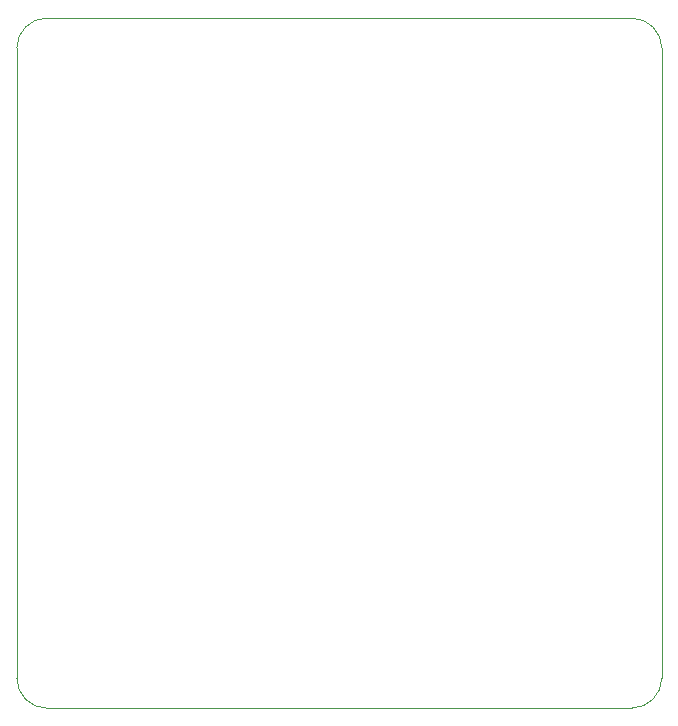
<source format=gbr>
%TF.GenerationSoftware,KiCad,Pcbnew,(6.0.0)*%
%TF.CreationDate,2022-01-03T16:02:36-05:00*%
%TF.ProjectId,LMX2332V01,4c4d5832-3333-4325-9630-312e6b696361,rev?*%
%TF.SameCoordinates,Original*%
%TF.FileFunction,Profile,NP*%
%FSLAX46Y46*%
G04 Gerber Fmt 4.6, Leading zero omitted, Abs format (unit mm)*
G04 Created by KiCad (PCBNEW (6.0.0)) date 2022-01-03 16:02:36*
%MOMM*%
%LPD*%
G01*
G04 APERTURE LIST*
%TA.AperFunction,Profile*%
%ADD10C,0.050000*%
%TD*%
%TA.AperFunction,Profile*%
%ADD11C,0.100000*%
%TD*%
G04 APERTURE END LIST*
D10*
X106680000Y-53340000D02*
G75*
G03*
X104140000Y-55880000I1J-2540001D01*
G01*
D11*
X104140000Y-109220000D02*
G75*
G03*
X106680000Y-111760000I2540001J1D01*
G01*
X158750000Y-55880000D02*
X158750000Y-109220000D01*
X104140000Y-109220000D02*
X104140000Y-55880000D01*
X158750000Y-55880000D02*
G75*
G03*
X156210000Y-53340000I-2540001J-1D01*
G01*
X156210000Y-111760000D02*
G75*
G03*
X158750000Y-109220000I-1J2540001D01*
G01*
X106680000Y-53340000D02*
X156210000Y-53340000D01*
X156210000Y-111760000D02*
X106680000Y-111760000D01*
M02*

</source>
